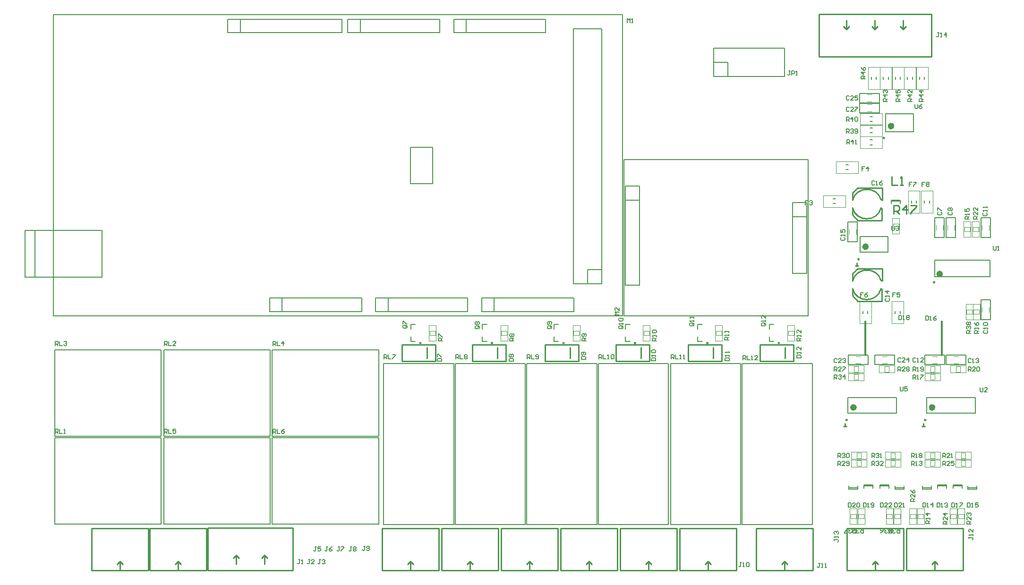
<source format=gto>
G04 Layer_Color=65535*
%FSTAX24Y24*%
%MOIN*%
G70*
G01*
G75*
%ADD25C,0.0100*%
%ADD45C,0.0236*%
%ADD46C,0.0098*%
%ADD47C,0.0079*%
%ADD48C,0.0039*%
%ADD49C,0.0040*%
%ADD50C,0.0050*%
%ADD51C,0.0070*%
%ADD52C,0.0080*%
D25*
X081615Y035731D02*
G03*
X079605Y035731I-001005J-000281D01*
G01*
X079595Y035169D02*
G03*
X081605Y035169I001005J000281D01*
G01*
X081615Y041431D02*
G03*
X079605Y041431I-001005J-000281D01*
G01*
X079595Y040869D02*
G03*
X081605Y040869I001005J000281D01*
G01*
X07723Y05154D02*
X08515D01*
X07723D02*
Y05454D01*
X08515Y05154D02*
Y05454D01*
X07723D02*
X08515D01*
X083145Y053505D02*
X083345Y053705D01*
X082945D02*
X083145Y053505D01*
Y05412D01*
X08115Y053505D02*
Y05412D01*
X08095Y053705D02*
X08115Y053505D01*
X08135Y053705D01*
X079155Y053505D02*
X079355Y053705D01*
X078955D02*
X079155Y053505D01*
Y05412D01*
X07905Y02545D02*
Y02565D01*
X07895Y02545D02*
X07915D01*
X081205Y01532D02*
Y015935D01*
X081405Y015735D01*
X081005D02*
X081205Y015935D01*
X0792Y0153D02*
X0832D01*
X0792D02*
Y018255D01*
X0832Y0153D02*
Y018255D01*
X0792D02*
X0832D01*
X08045Y0329D02*
X0805D01*
Y03275D02*
Y0329D01*
Y03235D02*
Y03275D01*
Y03185D02*
Y03235D01*
Y0305D02*
Y03185D01*
X08045Y0305D02*
X0805D01*
X08045D02*
Y0329D01*
X0341Y0183D02*
X0401D01*
Y01529D02*
Y0183D01*
X0341Y01529D02*
Y0183D01*
Y01529D02*
X0401D01*
X035905Y016145D02*
X036105Y016345D01*
X036305Y016145D01*
X036105Y01573D02*
Y016345D01*
X0381Y01573D02*
Y016345D01*
X0383Y016145D01*
X0379D02*
X0381Y016345D01*
X085405Y01532D02*
Y015935D01*
X085605Y015735D01*
X085205D02*
X085405Y015935D01*
X0834Y0153D02*
X0874D01*
X0834D02*
Y018255D01*
X0874Y0153D02*
Y018255D01*
X0834D02*
X0874D01*
X0845Y02545D02*
X0847D01*
X0846D02*
Y02565D01*
X08585Y0305D02*
Y0329D01*
Y0305D02*
X0859D01*
Y03185D01*
Y03235D01*
Y03275D01*
Y0329D01*
X08585D02*
X0859D01*
X07996Y0366D02*
X08168D01*
X0796Y03624D02*
X07996Y0366D01*
X07959Y03468D02*
X07997Y0343D01*
X08167D01*
X0796Y035726D02*
Y03624D01*
X07959Y03468D02*
Y03518D01*
X08167Y0343D02*
Y03517D01*
X08168Y035726D02*
Y0366D01*
X0798Y0368D02*
X08D01*
X0799D02*
Y037D01*
X07996Y0423D02*
X08168D01*
X0796Y04194D02*
X07996Y0423D01*
X07959Y04038D02*
X07997Y04D01*
X08167D01*
X0796Y041426D02*
Y04194D01*
X07959Y04038D02*
Y04088D01*
X08167Y04D02*
Y04087D01*
X08168Y041426D02*
Y0423D01*
X07305Y031231D02*
X075412D01*
Y03005D02*
Y031231D01*
X07305Y03005D02*
X075412D01*
X07305D02*
Y031231D01*
X074822Y030247D02*
Y031034D01*
X068Y031231D02*
X070362D01*
Y03005D02*
Y031231D01*
X068Y03005D02*
X070362D01*
X068D02*
Y031231D01*
X069772Y030247D02*
Y031034D01*
X0629Y031231D02*
X065262D01*
Y03005D02*
Y031231D01*
X0629Y03005D02*
X065262D01*
X0629D02*
Y031231D01*
X064672Y030247D02*
Y031034D01*
X0579Y031231D02*
X060262D01*
Y03005D02*
Y031231D01*
X0579Y03005D02*
X060262D01*
X0579D02*
Y031231D01*
X059672Y030247D02*
Y031034D01*
X05275Y031231D02*
X055112D01*
Y03005D02*
Y031231D01*
X05275Y03005D02*
X055112D01*
X05275D02*
Y031231D01*
X054522Y030247D02*
Y031034D01*
X0478Y031231D02*
X050162D01*
Y03005D02*
Y031231D01*
X0478Y03005D02*
X050162D01*
X0478D02*
Y031231D01*
X049572Y030247D02*
Y031034D01*
X027905Y01532D02*
Y015935D01*
X028105Y015735D01*
X027705D02*
X027905Y015935D01*
X0259Y0153D02*
X0299D01*
X0259D02*
Y018255D01*
X0299Y0153D02*
Y018255D01*
X0259D02*
X0299D01*
X032005Y01532D02*
Y015935D01*
X032205Y015735D01*
X031805D02*
X032005Y015935D01*
X03Y0153D02*
X034D01*
X03D02*
Y018255D01*
X034Y0153D02*
Y018255D01*
X03D02*
X034D01*
X074805Y01532D02*
Y015935D01*
X075005Y015735D01*
X074605D02*
X074805Y015935D01*
X0728Y0153D02*
X0768D01*
X0728D02*
Y018255D01*
X0768Y0153D02*
Y018255D01*
X0728D02*
X0768D01*
X069405Y01532D02*
Y015935D01*
X069605Y015735D01*
X069205D02*
X069405Y015935D01*
X0674Y0153D02*
X0714D01*
X0674D02*
Y018255D01*
X0714Y0153D02*
Y018255D01*
X0674D02*
X0714D01*
X048405Y01532D02*
Y015935D01*
X048605Y015735D01*
X048205D02*
X048405Y015935D01*
X0464Y0153D02*
X0504D01*
X0464D02*
Y018255D01*
X0504Y0153D02*
Y018255D01*
X0464D02*
X0504D01*
X052605Y01532D02*
Y015935D01*
X052805Y015735D01*
X052405D02*
X052605Y015935D01*
X0506Y0153D02*
X0546D01*
X0506D02*
Y018255D01*
X0546Y0153D02*
Y018255D01*
X0506D02*
X0546D01*
X056805Y01532D02*
Y015935D01*
X057005Y015735D01*
X056605D02*
X056805Y015935D01*
X0548Y0153D02*
X0588D01*
X0548D02*
Y018255D01*
X0588Y0153D02*
Y018255D01*
X0548D02*
X0588D01*
X061005Y01532D02*
Y015935D01*
X061205Y015735D01*
X060805D02*
X061005Y015935D01*
X059Y0153D02*
X063D01*
X059D02*
Y018255D01*
X063Y0153D02*
Y018255D01*
X059D02*
X063D01*
X065205Y01532D02*
Y015935D01*
X065405Y015735D01*
X065005D02*
X065205Y015935D01*
X0632Y0153D02*
X0672D01*
X0632D02*
Y018255D01*
X0672Y0153D02*
Y018255D01*
X0632D02*
X0672D01*
X08236Y04309D02*
Y04249D01*
X08276D01*
X08296D02*
X08316D01*
X08306D01*
Y04309D01*
X08296Y04299D01*
X082485Y040465D02*
Y041065D01*
X082785D01*
X082885Y040965D01*
Y040765D01*
X082785Y040665D01*
X082485D01*
X082685D02*
X082885Y040465D01*
X083385D02*
Y041065D01*
X083085Y040765D01*
X083485D01*
X083685Y041065D02*
X084084D01*
Y040965D01*
X083685Y040565D01*
Y040465D01*
D45*
X079778Y026793D02*
G03*
X079778Y026793I-000118J0D01*
G01*
X085328D02*
G03*
X085328Y026793I-000118J0D01*
G01*
X080628Y038143D02*
G03*
X080628Y038143I-000118J0D01*
G01*
X085858Y036212D02*
G03*
X085858Y036212I-000118J0D01*
G01*
X082428Y046654D02*
G03*
X082428Y046654I-000118J0D01*
G01*
D46*
X079215Y025907D02*
G03*
X079215Y025907I-000049J0D01*
G01*
X084765D02*
G03*
X084765Y025907I-000049J0D01*
G01*
X080065Y037257D02*
G03*
X080065Y037257I-000049J0D01*
G01*
X085389Y035631D02*
G03*
X085389Y035631I-000049J0D01*
G01*
X081865Y045817D02*
G03*
X081865Y045817I-000049J0D01*
G01*
X074443Y031341D02*
G03*
X074443Y031341I-000049J0D01*
G01*
X069393D02*
G03*
X069393Y031341I-000049J0D01*
G01*
X064293D02*
G03*
X064293Y031341I-000049J0D01*
G01*
X059243D02*
G03*
X059243Y031341I-000049J0D01*
G01*
X054193D02*
G03*
X054193Y031341I-000049J0D01*
G01*
X049143D02*
G03*
X049143Y031341I-000049J0D01*
G01*
D47*
X0698Y05015D02*
X0748D01*
Y05215D01*
X0718D02*
X0748D01*
X0698D02*
X0718D01*
X0698Y05015D02*
Y05215D01*
Y05115D02*
X0708D01*
Y05015D02*
Y05115D01*
X081277Y049961D02*
Y050119D01*
X080923Y049961D02*
Y050119D01*
X082623Y049961D02*
Y050119D01*
X082977Y049961D02*
Y050119D01*
X084323Y049961D02*
Y050119D01*
X084677Y049961D02*
Y050119D01*
X082127Y049961D02*
Y050119D01*
X081773Y049961D02*
Y050119D01*
X083827Y049961D02*
Y050119D01*
X083473Y049961D02*
Y050119D01*
X080821Y045677D02*
X080979D01*
X080821Y045323D02*
X080979D01*
X080821Y047327D02*
X080979D01*
X080821Y046973D02*
X080979D01*
X080821Y046527D02*
X080979D01*
X080821Y046173D02*
X080979D01*
X082711Y026399D02*
Y027501D01*
X079266Y026399D02*
Y027501D01*
X082711D01*
X079266Y026399D02*
X082711D01*
X081535Y021082D02*
Y021318D01*
X082165Y021082D02*
Y021318D01*
X081535D02*
X082165D01*
X081535Y021243D02*
X082165D01*
X083215Y021032D02*
Y021268D01*
X082585Y021032D02*
Y021268D01*
Y021032D02*
X083215D01*
X082585Y021107D02*
X083215D01*
X079965Y021032D02*
Y021268D01*
X079335Y021032D02*
Y021268D01*
Y021032D02*
X079965D01*
X079335Y021107D02*
X079965D01*
X080385Y021082D02*
Y021318D01*
X081015Y021082D02*
Y021318D01*
X080385D02*
X081015D01*
X080385Y021243D02*
X081015D01*
X060886Y036513D02*
X061886D01*
X060886Y035513D02*
Y036513D01*
X059886Y035513D02*
X061886D01*
X059886D02*
Y053513D01*
X061886D01*
Y035513D02*
Y053513D01*
X075359Y041247D02*
X076359D01*
Y036247D02*
Y041247D01*
X075359Y036247D02*
Y041247D01*
Y036247D02*
X076359D01*
X075359Y040247D02*
X076359D01*
X064548Y035428D02*
Y042428D01*
X063548D02*
X064548D01*
X063548Y035428D02*
Y042428D01*
Y035428D02*
X064548D01*
X063548Y041428D02*
X064548D01*
X087735Y021107D02*
X088365D01*
X087735Y021032D02*
X088365D01*
X087735D02*
Y021268D01*
X088365Y021032D02*
Y021268D01*
X086685Y021243D02*
X087315D01*
X086685Y021318D02*
X087315D01*
Y021082D02*
Y021318D01*
X086685Y021082D02*
Y021318D01*
X085585Y021243D02*
X086215D01*
X085585Y021318D02*
X086215D01*
Y021082D02*
Y021318D01*
X085585Y021082D02*
Y021318D01*
X084535Y021107D02*
X085165D01*
X084535Y021032D02*
X085165D01*
X084535D02*
Y021268D01*
X085165Y021032D02*
Y021268D01*
X084816Y026399D02*
X088261D01*
X084816Y027501D02*
X088261D01*
X084816Y026399D02*
Y027501D01*
X088261Y026399D02*
Y027501D01*
X080116Y037749D02*
X082084D01*
X080116Y038851D02*
X082084D01*
X080116Y037749D02*
Y038851D01*
X082084Y037749D02*
Y038851D01*
X08929Y03603D02*
Y03718D01*
X08539Y03603D02*
Y03718D01*
X08929D01*
X08539Y03603D02*
X08929D01*
X081916Y04626D02*
X083884D01*
X081916Y04752D02*
X083884D01*
X081916Y04626D02*
Y04752D01*
X083884Y04626D02*
Y04752D01*
X073724Y032326D02*
Y032641D01*
X074039D01*
X073724Y031459D02*
Y031774D01*
Y031459D02*
X074039D01*
X068674Y032326D02*
Y032641D01*
X068989D01*
X068674Y031459D02*
Y031774D01*
Y031459D02*
X068989D01*
X063574Y032326D02*
Y032641D01*
X063889D01*
X063574Y031459D02*
Y031774D01*
Y031459D02*
X063889D01*
X058524Y032326D02*
Y032641D01*
X058839D01*
X058524Y031459D02*
Y031774D01*
Y031459D02*
X058839D01*
X053474Y032326D02*
Y032641D01*
X053789D01*
X053474Y031459D02*
Y031774D01*
Y031459D02*
X053789D01*
X048424Y032326D02*
Y032641D01*
X048739D01*
X048424Y031459D02*
Y031774D01*
Y031459D02*
X048739D01*
X078221Y041527D02*
X078379D01*
X078221Y041173D02*
X078379D01*
X079121Y043927D02*
X079279D01*
X079121Y043573D02*
X079279D01*
X082335Y041343D02*
X082965D01*
X082335Y041418D02*
X082965D01*
Y041182D02*
Y041418D01*
X082335Y041182D02*
Y041418D01*
X082957Y033421D02*
Y033579D01*
X082603Y033421D02*
Y033579D01*
X080323Y033421D02*
Y033579D01*
X080677Y033421D02*
Y033579D01*
X085027Y041221D02*
Y041379D01*
X084673Y041221D02*
Y041379D01*
X084107Y041221D02*
Y041379D01*
X083753Y041221D02*
Y041379D01*
D48*
X080687Y049253D02*
X081513D01*
X080687Y050827D02*
X081513D01*
X080687Y049253D02*
Y050827D01*
X081513Y049253D02*
Y050827D01*
X082387Y050827D02*
X083213D01*
X082387Y049253D02*
X083213D01*
Y050827D01*
X082387Y049253D02*
Y050827D01*
X084087D02*
X084913D01*
X084087Y049253D02*
X084913D01*
Y050827D01*
X084087Y049253D02*
Y050827D01*
X081537Y049253D02*
X082363D01*
X081537Y050827D02*
X082363D01*
X081537Y049253D02*
Y050827D01*
X082363Y049253D02*
Y050827D01*
X083237Y049253D02*
X084063D01*
X083237Y050827D02*
X084063D01*
X083237Y049253D02*
Y050827D01*
X084063Y049253D02*
Y050827D01*
X081687Y045087D02*
Y045913D01*
X080113Y045087D02*
Y045913D01*
Y045087D02*
X081687D01*
X080113Y045913D02*
X081687D01*
Y046737D02*
Y047563D01*
X080113Y046737D02*
Y047563D01*
Y046737D02*
X081687D01*
X080113Y047563D02*
X081687D01*
Y045937D02*
Y046763D01*
X080113Y045937D02*
Y046763D01*
Y045937D02*
X081687D01*
X080113Y046763D02*
X081687D01*
X08759Y03298D02*
X08809D01*
Y03388D01*
Y03408D01*
X08759D02*
X08809D01*
X08759Y03298D02*
Y03408D01*
X08764Y03338D02*
X08804D01*
Y03368D01*
X08764D02*
X08804D01*
X08764Y03338D02*
Y03368D01*
X0794Y01965D02*
X0799D01*
X0794Y01875D02*
Y01965D01*
Y01855D02*
Y01875D01*
Y01855D02*
X0799D01*
Y01965D01*
X07945Y01925D02*
X07985D01*
X07945Y01895D02*
Y01925D01*
Y01895D02*
X07985D01*
Y01925D01*
X08195Y01965D02*
X08245D01*
X08195Y01875D02*
Y01965D01*
Y01855D02*
Y01875D01*
Y01855D02*
X08245D01*
Y01965D01*
X082Y01925D02*
X0824D01*
X082Y01895D02*
Y01925D01*
Y01895D02*
X0824D01*
Y01925D01*
X0825Y01965D02*
X083D01*
X0825Y01875D02*
Y01965D01*
Y01855D02*
Y01875D01*
Y01855D02*
X083D01*
Y01965D01*
X08255Y01925D02*
X08295D01*
X08255Y01895D02*
Y01925D01*
Y01895D02*
X08295D01*
Y01925D01*
X0793Y0287D02*
Y0292D01*
Y0287D02*
X0802D01*
X0804D01*
Y0292D01*
X0793D02*
X0804D01*
X0797Y02875D02*
Y02915D01*
Y02875D02*
X08D01*
Y02915D01*
X0797D02*
X08D01*
X07995Y01965D02*
X08045D01*
X07995Y01875D02*
Y01965D01*
Y01855D02*
Y01875D01*
Y01855D02*
X08045D01*
Y01965D01*
X08Y01925D02*
X0804D01*
X08Y01895D02*
Y01925D01*
Y01895D02*
X0804D01*
Y01925D01*
X083Y0226D02*
Y0231D01*
X0821D02*
X083D01*
X0819D02*
X0821D01*
X0819Y0226D02*
Y0231D01*
Y0226D02*
X083D01*
X0826Y02265D02*
Y02305D01*
X0823D02*
X0826D01*
X0823Y02265D02*
Y02305D01*
Y02265D02*
X0826D01*
X0819Y02315D02*
Y02365D01*
Y02315D02*
X0828D01*
X083D01*
Y02365D01*
X0819D02*
X083D01*
X0823Y0232D02*
Y0236D01*
Y0232D02*
X0826D01*
Y0236D01*
X0823D02*
X0826D01*
X0806Y02315D02*
Y02365D01*
X0797D02*
X0806D01*
X0795D02*
X0797D01*
X0795Y02315D02*
Y02365D01*
Y02315D02*
X0806D01*
X0802Y0232D02*
Y0236D01*
X0799D02*
X0802D01*
X0799Y0232D02*
Y0236D01*
Y0232D02*
X0802D01*
X0806Y0226D02*
Y0231D01*
X0797D02*
X0806D01*
X0795D02*
X0797D01*
X0795Y0226D02*
Y0231D01*
Y0226D02*
X0806D01*
X0802Y02265D02*
Y02305D01*
X0799D02*
X0802D01*
X0799Y02265D02*
Y02305D01*
Y02265D02*
X0802D01*
X08145Y02925D02*
Y02975D01*
Y02925D02*
X08235D01*
X08255D01*
Y02975D01*
X08145D02*
X08255D01*
X08185Y0293D02*
Y0297D01*
Y0293D02*
X08215D01*
Y0297D01*
X08185D02*
X08215D01*
X0793Y02925D02*
Y02975D01*
Y02925D02*
X0802D01*
X0804D01*
Y02975D01*
X0793D02*
X0804D01*
X0797Y0293D02*
Y0297D01*
Y0293D02*
X08D01*
Y0297D01*
X0797D02*
X08D01*
X08745Y01895D02*
Y01925D01*
X08705Y01895D02*
X08745D01*
X08705D02*
Y01925D01*
X08745D01*
X0875Y01855D02*
Y01965D01*
X087Y01855D02*
X0875D01*
X087D02*
Y01875D01*
Y01965D01*
X0875D01*
X0869Y01895D02*
Y01925D01*
X0865Y01895D02*
X0869D01*
X0865D02*
Y01925D01*
X0869D01*
X08695Y01855D02*
Y01965D01*
X08645Y01855D02*
X08695D01*
X08645D02*
Y01875D01*
Y01965D01*
X08695D01*
X0846Y01895D02*
Y01925D01*
X0842Y01895D02*
X0846D01*
X0842D02*
Y01925D01*
X0846D01*
X08465Y01855D02*
Y01965D01*
X08415Y01855D02*
X08465D01*
X08415D02*
Y01875D01*
Y01965D01*
X08465D01*
X08405Y01895D02*
Y01925D01*
X08365Y01895D02*
X08405D01*
X08365D02*
Y01925D01*
X08405D01*
X0841Y01855D02*
Y01965D01*
X0836Y01855D02*
X0841D01*
X0836D02*
Y01875D01*
Y01965D01*
X0841D01*
X0851Y02265D02*
X0854D01*
X0851D02*
Y02305D01*
X0854D01*
Y02265D02*
Y02305D01*
X0847Y0226D02*
X0858D01*
X0847D02*
Y0231D01*
X0849D01*
X0858D01*
Y0226D02*
Y0231D01*
X0851Y0232D02*
X0854D01*
X0851D02*
Y0236D01*
X0854D01*
Y0232D02*
Y0236D01*
X0847Y02315D02*
X0858D01*
X0847D02*
Y02365D01*
X0849D01*
X0858D01*
Y02315D02*
Y02365D01*
X08725Y02265D02*
X08755D01*
X08725D02*
Y02305D01*
X08755D01*
Y02265D02*
Y02305D01*
X08685Y0226D02*
X08795D01*
X08685D02*
Y0231D01*
X08705D01*
X08795D01*
Y0226D02*
Y0231D01*
X08725Y0236D02*
X08755D01*
Y0232D02*
Y0236D01*
X08725Y0232D02*
X08755D01*
X08725D02*
Y0236D01*
X08685Y02365D02*
X08795D01*
Y02315D02*
Y02365D01*
X08775Y02315D02*
X08795D01*
X08685D02*
X08775D01*
X08685D02*
Y02365D01*
X0851Y02915D02*
X0854D01*
Y02875D02*
Y02915D01*
X0851Y02875D02*
X0854D01*
X0851D02*
Y02915D01*
X0847Y0292D02*
X0858D01*
Y0287D02*
Y0292D01*
X0856Y0287D02*
X0858D01*
X0847D02*
X0856D01*
X0847D02*
Y0292D01*
X0851Y0297D02*
X0854D01*
Y0293D02*
Y0297D01*
X0851Y0293D02*
X0854D01*
X0851D02*
Y0297D01*
X0847Y02975D02*
X0858D01*
Y02925D02*
Y02975D01*
X0856Y02925D02*
X0858D01*
X0847D02*
X0856D01*
X0847D02*
Y02975D01*
X0869Y0297D02*
X0872D01*
Y0293D02*
Y0297D01*
X0869Y0293D02*
X0872D01*
X0869D02*
Y0297D01*
X0865Y02975D02*
X0876D01*
Y02925D02*
Y02975D01*
X0874Y02925D02*
X0876D01*
X0865D02*
X0874D01*
X0865D02*
Y02975D01*
X08814Y03338D02*
Y03368D01*
X08854D01*
Y03338D02*
Y03368D01*
X08814Y03338D02*
X08854D01*
X08809Y03298D02*
Y03408D01*
X08859D01*
Y03388D02*
Y03408D01*
Y03298D02*
Y03388D01*
X08809Y03298D02*
X08859D01*
X08749Y03923D02*
Y03953D01*
X08789D01*
Y03923D02*
Y03953D01*
X08749Y03923D02*
X08789D01*
X08744Y03883D02*
Y03993D01*
X08794D01*
Y03973D02*
Y03993D01*
Y03883D02*
Y03973D01*
X08744Y03883D02*
X08794D01*
X08809Y03923D02*
Y03953D01*
X08849D01*
Y03923D02*
Y03953D01*
X08809Y03923D02*
X08849D01*
X08804Y03883D02*
Y03993D01*
X08854D01*
Y03973D02*
Y03993D01*
Y03883D02*
Y03973D01*
X08804Y03883D02*
X08854D01*
X07545Y0319D02*
Y0322D01*
X07505Y0319D02*
X07545D01*
X07505D02*
Y0322D01*
X07545D01*
X0755Y0315D02*
Y0326D01*
X075Y0315D02*
X0755D01*
X075D02*
Y0317D01*
Y0326D01*
X0755D01*
X07035Y0319D02*
Y0322D01*
X06995Y0319D02*
X07035D01*
X06995D02*
Y0322D01*
X07035D01*
X0704Y0315D02*
Y0326D01*
X0699Y0315D02*
X0704D01*
X0699D02*
Y0317D01*
Y0326D01*
X0704D01*
X06525Y0319D02*
Y0322D01*
X06485Y0319D02*
X06525D01*
X06485D02*
Y0322D01*
X06525D01*
X0653Y0315D02*
Y0326D01*
X0648Y0315D02*
X0653D01*
X0648D02*
Y0317D01*
Y0326D01*
X0653D01*
X0603Y0319D02*
Y0322D01*
X0599Y0319D02*
X0603D01*
X0599D02*
Y0322D01*
X0603D01*
X06035Y0315D02*
Y0326D01*
X05985Y0315D02*
X06035D01*
X05985D02*
Y0317D01*
Y0326D01*
X06035D01*
X0552Y0319D02*
Y0322D01*
X0548Y0319D02*
X0552D01*
X0548D02*
Y0322D01*
X0552D01*
X05525Y0315D02*
Y0326D01*
X05475Y0315D02*
X05525D01*
X05475D02*
Y0317D01*
Y0326D01*
X05525D01*
X05015Y0319D02*
Y0322D01*
X04975Y0319D02*
X05015D01*
X04975D02*
Y0322D01*
X05015D01*
X0502Y0315D02*
Y0326D01*
X0497Y0315D02*
X0502D01*
X0497D02*
Y0317D01*
Y0326D01*
X0502D01*
X077513Y040937D02*
X079087D01*
X077513Y041763D02*
X079087D01*
Y040937D02*
Y041763D01*
X077513Y040937D02*
Y041763D01*
X078413Y043337D02*
X079987D01*
X078413Y044163D02*
X079987D01*
Y043337D02*
Y044163D01*
X078413Y043337D02*
Y044163D01*
X08245Y03945D02*
Y03975D01*
X08285D01*
Y03945D02*
Y03975D01*
X08245Y03945D02*
X08285D01*
X0824Y03905D02*
Y04015D01*
X0829D01*
Y03995D02*
Y04015D01*
Y03905D02*
Y03995D01*
X0824Y03905D02*
X0829D01*
X082367Y032713D02*
Y034287D01*
X083193Y032713D02*
Y034287D01*
X082367Y032713D02*
X083193D01*
X082367Y034287D02*
X083193D01*
X080913Y032713D02*
Y034287D01*
X080087Y032713D02*
Y034287D01*
X080913D01*
X080087Y032713D02*
X080913D01*
X084437Y040513D02*
Y042087D01*
X085263Y040513D02*
Y042087D01*
X084437Y040513D02*
X085263D01*
X084437Y042087D02*
X085263D01*
X083517Y040513D02*
Y042087D01*
X084343Y040513D02*
Y042087D01*
X083517Y040513D02*
X084343D01*
X083517Y042087D02*
X084343D01*
D49*
X08168Y0304D02*
X08202D01*
X08168Y0299D02*
X08202D01*
X07983Y02989D02*
X08017D01*
X07983Y03039D02*
X08017D01*
X08523Y0304D02*
X08557D01*
X08523Y0299D02*
X08557D01*
X08673D02*
X08707D01*
X08673Y0304D02*
X08707D01*
X07985Y03903D02*
Y03937D01*
X07935Y03903D02*
Y03937D01*
X08924Y03351D02*
Y03385D01*
X08874Y03351D02*
Y03385D01*
X08549Y03931D02*
Y03965D01*
X08599Y03931D02*
Y03965D01*
X08629Y03931D02*
Y03965D01*
X08679Y03931D02*
Y03965D01*
X08924Y03931D02*
Y03965D01*
X08874Y03931D02*
Y03965D01*
X08063Y04769D02*
X08097D01*
X08063Y04819D02*
X08097D01*
X08063Y04839D02*
X08097D01*
X08063Y04889D02*
X08097D01*
D50*
X08115Y02981D02*
X08255D01*
Y03048D01*
X08115D02*
X08255D01*
X08115Y02981D02*
Y03048D01*
X0793D02*
X0807D01*
X0793Y02981D02*
Y03048D01*
Y02981D02*
X0807D01*
Y03048D01*
X036389Y05325D02*
Y054195D01*
X035503Y05325D02*
X043574D01*
Y054195D01*
X035503D02*
X043574D01*
X035503Y05325D02*
Y054195D01*
X052334Y05325D02*
Y054195D01*
X051448Y05325D02*
X057944D01*
Y054195D01*
X051448D02*
X057944D01*
X051448Y05325D02*
Y054195D01*
X044854Y05325D02*
Y054195D01*
X043968Y05325D02*
X050464D01*
Y054195D01*
X043968D02*
X050464D01*
X043968Y05325D02*
Y054195D01*
X054302Y033565D02*
Y03451D01*
X053417Y033565D02*
X059913D01*
Y03451D01*
X053417D02*
X059913D01*
X053417Y033565D02*
Y03451D01*
X046822Y033565D02*
Y03451D01*
X045936Y033565D02*
X052432D01*
Y03451D01*
X045936D02*
X052432D01*
X045936Y033565D02*
Y03451D01*
X039342Y033565D02*
Y03451D01*
X038456Y033565D02*
X044952D01*
Y03451D01*
X038456D02*
X044952D01*
X038456Y033565D02*
Y03451D01*
X048397Y0426D02*
X049972D01*
X048397D02*
Y045159D01*
X049972D01*
Y0426D02*
Y045159D01*
X0861Y02982D02*
Y03049D01*
X0847Y02982D02*
X0861D01*
X0847D02*
Y03049D01*
X0861D01*
X0862Y02981D02*
Y03048D01*
X0876D01*
Y02981D02*
Y03048D01*
X0862Y02981D02*
X0876D01*
X07927Y0385D02*
X07994D01*
X07927D02*
Y0399D01*
X07994D01*
Y0385D02*
Y0399D01*
X08866Y03298D02*
X08933D01*
X08866D02*
Y03438D01*
X08933D01*
Y03298D02*
Y03438D01*
X0854Y04018D02*
X08607D01*
Y03878D02*
Y04018D01*
X0854Y03878D02*
X08607D01*
X0854D02*
Y04018D01*
X0862D02*
X08687D01*
Y03878D02*
Y04018D01*
X0862Y03878D02*
X08687D01*
X0862D02*
Y04018D01*
X08866Y03878D02*
X08933D01*
X08866D02*
Y04018D01*
X08933D01*
Y03878D02*
Y04018D01*
X0801Y0476D02*
Y04827D01*
X0815D01*
Y0476D02*
Y04827D01*
X0801Y0476D02*
X0815D01*
X0801Y0483D02*
Y04897D01*
X0815D01*
Y0483D02*
Y04897D01*
X0801Y0483D02*
X0815D01*
D51*
X021884Y035978D02*
Y039278D01*
X021184Y035978D02*
X026634D01*
X021184Y039278D02*
X026634D01*
Y035978D02*
Y039278D01*
X021184Y035978D02*
Y039278D01*
X0232Y03325D02*
X063357D01*
Y05451D01*
X0232D02*
X063357D01*
X0232Y03325D02*
Y05451D01*
X063458Y04429D02*
X07645D01*
X063458Y033266D02*
Y04429D01*
Y033266D02*
X07645D01*
Y04429D01*
X03079Y02464D02*
X0308Y02465D01*
X02328D02*
X0308D01*
X02328Y018548D02*
Y02465D01*
Y018548D02*
X0308D01*
Y02465D01*
X03849Y03084D02*
X0385Y03085D01*
X03098D02*
X0385D01*
X03098Y024748D02*
Y03085D01*
Y024748D02*
X0385D01*
Y03085D01*
X03079Y03084D02*
X0308Y03085D01*
X02328D02*
X0308D01*
X02328Y024748D02*
Y03085D01*
Y024748D02*
X0308D01*
Y03085D01*
X04614Y03084D02*
X04615Y03085D01*
X03863D02*
X04615D01*
X03863Y024748D02*
Y03085D01*
Y024748D02*
X04615D01*
Y03085D01*
X03849Y02464D02*
X0385Y02465D01*
X03098D02*
X0385D01*
X03098Y018548D02*
Y02465D01*
Y018548D02*
X0385D01*
Y02465D01*
X04614Y02464D02*
X04615Y02465D01*
X03863D02*
X04615D01*
X03863Y018548D02*
Y02465D01*
Y018548D02*
X04615D01*
Y02465D01*
X0465Y0299D02*
X04651Y02989D01*
X0465Y018522D02*
Y0299D01*
Y018522D02*
X051461D01*
Y0299D01*
X0465D02*
X051461D01*
X05155D02*
X05156Y02989D01*
X05155Y018522D02*
Y0299D01*
Y018522D02*
X056511D01*
Y0299D01*
X05155D02*
X056511D01*
X0566D02*
X05661Y02989D01*
X0566Y018522D02*
Y0299D01*
Y018522D02*
X061561D01*
Y0299D01*
X0566D02*
X061561D01*
X06165D02*
X06166Y02989D01*
X06165Y018522D02*
Y0299D01*
Y018522D02*
X066611D01*
Y0299D01*
X06165D02*
X066611D01*
X06675D02*
X06676Y02989D01*
X06675Y018522D02*
Y0299D01*
Y018522D02*
X071711D01*
Y0299D01*
X06675D02*
X071711D01*
X0718D02*
X07181Y02989D01*
X0718Y018522D02*
Y0299D01*
Y018522D02*
X076761D01*
Y0299D01*
X0718D02*
X076761D01*
D52*
X0752Y05055D02*
X0751D01*
X07515D01*
Y0503D01*
X0751Y05025D01*
X07505D01*
X075Y0503D01*
X0753Y05025D02*
Y05055D01*
X07545D01*
X0755Y0505D01*
Y0504D01*
X07545Y05035D01*
X0753D01*
X0756Y05025D02*
X0757D01*
X07565D01*
Y05055D01*
X0756Y0505D01*
X0805Y05D02*
X0802D01*
Y05015D01*
X08025Y0502D01*
X08035D01*
X0804Y05015D01*
Y05D01*
Y0501D02*
X0805Y0502D01*
Y05045D02*
X0802D01*
X08035Y0503D01*
Y0505D01*
X0802Y0508D02*
X08025Y0507D01*
X08035Y0506D01*
X08045D01*
X0805Y05065D01*
Y05075D01*
X08045Y0508D01*
X0804D01*
X08035Y05075D01*
Y0506D01*
X08295Y0484D02*
X08265D01*
Y04855D01*
X0827Y0486D01*
X0828D01*
X08285Y04855D01*
Y0484D01*
Y0485D02*
X08295Y0486D01*
Y04885D02*
X08265D01*
X0828Y0487D01*
Y0489D01*
X08265Y0492D02*
Y049D01*
X0828D01*
X08275Y0491D01*
Y04915D01*
X0828Y0492D01*
X0829D01*
X08295Y04915D01*
Y04905D01*
X0829Y049D01*
X0846Y0484D02*
X0843D01*
Y04855D01*
X08435Y0486D01*
X08445D01*
X0845Y04855D01*
Y0484D01*
Y0485D02*
X0846Y0486D01*
Y04885D02*
X0843D01*
X08445Y0487D01*
Y0489D01*
X0846Y04915D02*
X0843D01*
X08445Y049D01*
Y0492D01*
X08205Y0484D02*
X08175D01*
Y04855D01*
X0818Y0486D01*
X0819D01*
X08195Y04855D01*
Y0484D01*
Y0485D02*
X08205Y0486D01*
Y04885D02*
X08175D01*
X0819Y0487D01*
Y0489D01*
X0818Y049D02*
X08175Y04905D01*
Y04915D01*
X0818Y0492D01*
X08185D01*
X0819Y04915D01*
Y0491D01*
Y04915D01*
X08195Y0492D01*
X082D01*
X08205Y04915D01*
Y04905D01*
X082Y049D01*
X0838Y0484D02*
X0835D01*
Y04855D01*
X08355Y0486D01*
X08365D01*
X0837Y04855D01*
Y0484D01*
Y0485D02*
X0838Y0486D01*
Y04885D02*
X0835D01*
X08365Y0487D01*
Y0489D01*
X0838Y0492D02*
Y049D01*
X0836Y0492D01*
X08355D01*
X0835Y04915D01*
Y04905D01*
X08355Y049D01*
X079184Y0454D02*
Y0457D01*
X079334D01*
X079384Y04565D01*
Y04555D01*
X079334Y0455D01*
X079184D01*
X079284D02*
X079384Y0454D01*
X079634D02*
Y0457D01*
X079484Y04555D01*
X079684D01*
X079784Y0454D02*
X079884D01*
X079834D01*
Y0457D01*
X079784Y04565D01*
X07915Y047D02*
Y0473D01*
X0793D01*
X07935Y04725D01*
Y04715D01*
X0793Y0471D01*
X07915D01*
X07925D02*
X07935Y047D01*
X0796D02*
Y0473D01*
X07945Y04715D01*
X07965D01*
X07975Y04725D02*
X0798Y0473D01*
X0799D01*
X07995Y04725D01*
Y04705D01*
X0799Y047D01*
X0798D01*
X07975Y04705D01*
Y04725D01*
X07915Y04615D02*
Y04645D01*
X0793D01*
X07935Y0464D01*
Y0463D01*
X0793Y04625D01*
X07915D01*
X07925D02*
X07935Y04615D01*
X07945Y0464D02*
X0795Y04645D01*
X0796D01*
X07965Y0464D01*
Y04635D01*
X0796Y0463D01*
X07955D01*
X0796D01*
X07965Y04625D01*
Y0462D01*
X0796Y04615D01*
X0795D01*
X07945Y0462D01*
X07975D02*
X0798Y04615D01*
X0799D01*
X07995Y0462D01*
Y0464D01*
X0799Y04645D01*
X0798D01*
X07975Y0464D01*
Y04635D01*
X0798Y0463D01*
X07995D01*
X0857Y05325D02*
X0856D01*
X08565D01*
Y053D01*
X0856Y05295D01*
X08555D01*
X0855Y053D01*
X0858Y05295D02*
X0859D01*
X08585D01*
Y05325D01*
X0858Y0532D01*
X0862Y05295D02*
Y05325D01*
X08605Y0531D01*
X08625D01*
X08295Y02825D02*
Y028D01*
X083Y02795D01*
X0831D01*
X08315Y028D01*
Y02825D01*
X08345D02*
X08325D01*
Y0281D01*
X08335Y02815D01*
X0834D01*
X08345Y0281D01*
Y028D01*
X0834Y02795D01*
X0833D01*
X08325Y028D01*
X08794Y03203D02*
X08764D01*
Y03218D01*
X08769Y03223D01*
X08779D01*
X08784Y03218D01*
Y03203D01*
Y03213D02*
X08794Y03223D01*
X08769Y03233D02*
X08764Y03238D01*
Y03248D01*
X08769Y03253D01*
X08774D01*
X08779Y03248D01*
Y03243D01*
Y03248D01*
X08784Y03253D01*
X08789D01*
X08794Y03248D01*
Y03238D01*
X08789Y03233D01*
X08769Y03263D02*
X08764Y03268D01*
Y03278D01*
X08769Y03283D01*
X08774D01*
X08779Y03278D01*
X08784Y03283D01*
X08789D01*
X08794Y03278D01*
Y03268D01*
X08789Y03263D01*
X08784D01*
X08779Y03268D01*
X08774Y03263D01*
X08769D01*
X08779Y03268D02*
Y03278D01*
X079815Y018235D02*
Y017935D01*
X079665D01*
X079615Y017985D01*
Y018085D01*
X079665Y018135D01*
X079815D01*
X079715D02*
X079615Y018235D01*
X079515Y017985D02*
X079465Y017935D01*
X079365D01*
X079315Y017985D01*
Y018035D01*
X079365Y018085D01*
X079415D01*
X079365D01*
X079315Y018135D01*
Y018185D01*
X079365Y018235D01*
X079465D01*
X079515Y018185D01*
X079215Y017935D02*
X079015D01*
Y017985D01*
X079215Y018185D01*
Y018235D01*
X082365D02*
Y017935D01*
X082215D01*
X082165Y017985D01*
Y018085D01*
X082215Y018135D01*
X082365D01*
X082265D02*
X082165Y018235D01*
X082065Y017985D02*
X082015Y017935D01*
X081915D01*
X081865Y017985D01*
Y018035D01*
X081915Y018085D01*
X081965D01*
X081915D01*
X081865Y018135D01*
Y018185D01*
X081915Y018235D01*
X082015D01*
X082065Y018185D01*
X081565Y017935D02*
X081665Y017985D01*
X081765Y018085D01*
Y018185D01*
X081715Y018235D01*
X081615D01*
X081565Y018185D01*
Y018135D01*
X081615Y018085D01*
X081765D01*
X082915Y018235D02*
Y017935D01*
X082765D01*
X082715Y017985D01*
Y018085D01*
X082765Y018135D01*
X082915D01*
X082815D02*
X082715Y018235D01*
X082615Y017985D02*
X082565Y017935D01*
X082465D01*
X082415Y017985D01*
Y018035D01*
X082465Y018085D01*
X082515D01*
X082465D01*
X082415Y018135D01*
Y018185D01*
X082465Y018235D01*
X082565D01*
X082615Y018185D01*
X082115Y017935D02*
X082315D01*
Y018085D01*
X082215Y018035D01*
X082165D01*
X082115Y018085D01*
Y018185D01*
X082165Y018235D01*
X082265D01*
X082315Y018185D01*
X0783Y0288D02*
Y0291D01*
X07845D01*
X0785Y02905D01*
Y02895D01*
X07845Y0289D01*
X0783D01*
X0784D02*
X0785Y0288D01*
X0786Y02905D02*
X07865Y0291D01*
X07875D01*
X0788Y02905D01*
Y029D01*
X07875Y02895D01*
X0787D01*
X07875D01*
X0788Y0289D01*
Y02885D01*
X07875Y0288D01*
X07865D01*
X0786Y02885D01*
X07905Y0288D02*
Y0291D01*
X0789Y02895D01*
X0791D01*
X080365Y018235D02*
Y017935D01*
X080215D01*
X080165Y017985D01*
Y018085D01*
X080215Y018135D01*
X080365D01*
X080265D02*
X080165Y018235D01*
X080065Y017985D02*
X080015Y017935D01*
X079915D01*
X079865Y017985D01*
Y018035D01*
X079915Y018085D01*
X079965D01*
X079915D01*
X079865Y018135D01*
Y018185D01*
X079915Y018235D01*
X080015D01*
X080065Y018185D01*
X079765Y017985D02*
X079715Y017935D01*
X079615D01*
X079565Y017985D01*
Y018035D01*
X079615Y018085D01*
X079665D01*
X079615D01*
X079565Y018135D01*
Y018185D01*
X079615Y018235D01*
X079715D01*
X079765Y018185D01*
X08095Y0227D02*
Y023D01*
X0811D01*
X08115Y02295D01*
Y02285D01*
X0811Y0228D01*
X08095D01*
X08105D02*
X08115Y0227D01*
X08125Y02295D02*
X0813Y023D01*
X0814D01*
X08145Y02295D01*
Y0229D01*
X0814Y02285D01*
X08135D01*
X0814D01*
X08145Y0228D01*
Y02275D01*
X0814Y0227D01*
X0813D01*
X08125Y02275D01*
X08175Y0227D02*
X08155D01*
X08175Y0229D01*
Y02295D01*
X0817Y023D01*
X0816D01*
X08155Y02295D01*
X08095Y02325D02*
Y02355D01*
X0811D01*
X08115Y0235D01*
Y0234D01*
X0811Y02335D01*
X08095D01*
X08105D02*
X08115Y02325D01*
X08125Y0235D02*
X0813Y02355D01*
X0814D01*
X08145Y0235D01*
Y02345D01*
X0814Y0234D01*
X08135D01*
X0814D01*
X08145Y02335D01*
Y0233D01*
X0814Y02325D01*
X0813D01*
X08125Y0233D01*
X08155Y02325D02*
X08165D01*
X0816D01*
Y02355D01*
X08155Y0235D01*
X07855Y02325D02*
Y02355D01*
X0787D01*
X07875Y0235D01*
Y0234D01*
X0787Y02335D01*
X07855D01*
X07865D02*
X07875Y02325D01*
X07885Y0235D02*
X0789Y02355D01*
X079D01*
X07905Y0235D01*
Y02345D01*
X079Y0234D01*
X07895D01*
X079D01*
X07905Y02335D01*
Y0233D01*
X079Y02325D01*
X0789D01*
X07885Y0233D01*
X07915Y0235D02*
X0792Y02355D01*
X0793D01*
X07935Y0235D01*
Y0233D01*
X0793Y02325D01*
X0792D01*
X07915Y0233D01*
Y0235D01*
X07855Y0227D02*
Y023D01*
X0787D01*
X07875Y02295D01*
Y02285D01*
X0787Y0228D01*
X07855D01*
X07865D02*
X07875Y0227D01*
X07905D02*
X07885D01*
X07905Y0229D01*
Y02295D01*
X079Y023D01*
X0789D01*
X07885Y02295D01*
X07915Y02275D02*
X0792Y0227D01*
X0793D01*
X07935Y02275D01*
Y02295D01*
X0793Y023D01*
X0792D01*
X07915Y02295D01*
Y0229D01*
X0792Y02285D01*
X07935D01*
X0828Y02935D02*
Y02965D01*
X08295D01*
X083Y0296D01*
Y0295D01*
X08295Y02945D01*
X0828D01*
X0829D02*
X083Y02935D01*
X0833D02*
X0831D01*
X0833Y02955D01*
Y0296D01*
X08325Y02965D01*
X08315D01*
X0831Y0296D01*
X0834D02*
X08345Y02965D01*
X08355D01*
X0836Y0296D01*
Y02955D01*
X08355Y0295D01*
X0836Y02945D01*
Y0294D01*
X08355Y02935D01*
X08345D01*
X0834Y0294D01*
Y02945D01*
X08345Y0295D01*
X0834Y02955D01*
Y0296D01*
X08345Y0295D02*
X08355D01*
X0783Y02935D02*
Y02965D01*
X07845D01*
X0785Y0296D01*
Y0295D01*
X07845Y02945D01*
X0783D01*
X0784D02*
X0785Y02935D01*
X0788D02*
X0786D01*
X0788Y02955D01*
Y0296D01*
X07875Y02965D01*
X07865D01*
X0786Y0296D01*
X0789Y02965D02*
X0791D01*
Y0296D01*
X0789Y0294D01*
Y02935D01*
X0783Y0175D02*
Y0174D01*
Y01745D01*
X07855D01*
X0786Y0174D01*
Y01735D01*
X07855Y0173D01*
X0786Y0176D02*
Y0177D01*
Y01765D01*
X0783D01*
X07835Y0176D01*
Y01785D02*
X0783Y0179D01*
Y018D01*
X07835Y01805D01*
X0784D01*
X07845Y018D01*
Y01795D01*
Y018D01*
X0785Y01805D01*
X07855D01*
X0786Y018D01*
Y0179D01*
X07855Y01785D01*
X08155Y020047D02*
Y019747D01*
X0817D01*
X08175Y019797D01*
Y019997D01*
X0817Y020047D01*
X08155D01*
X08205Y019747D02*
X08185D01*
X08205Y019947D01*
Y019997D01*
X082Y020047D01*
X0819D01*
X08185Y019997D01*
X08235Y019747D02*
X08215D01*
X08235Y019947D01*
Y019997D01*
X0823Y020047D01*
X0822D01*
X08215Y019997D01*
X08255Y02005D02*
Y01975D01*
X0827D01*
X08275Y0198D01*
Y02D01*
X0827Y02005D01*
X08255D01*
X08305Y01975D02*
X08285D01*
X08305Y01995D01*
Y02D01*
X083Y02005D01*
X0829D01*
X08285Y02D01*
X08315Y01975D02*
X08325D01*
X0832D01*
Y02005D01*
X08315Y02D01*
X0793Y02005D02*
Y01975D01*
X07945D01*
X0795Y0198D01*
Y02D01*
X07945Y02005D01*
X0793D01*
X0798Y01975D02*
X0796D01*
X0798Y01995D01*
Y02D01*
X07975Y02005D01*
X07965D01*
X0796Y02D01*
X0799D02*
X07995Y02005D01*
X08005D01*
X0801Y02D01*
Y0198D01*
X08005Y01975D01*
X07995D01*
X0799Y0198D01*
Y02D01*
X08035Y02005D02*
Y01975D01*
X0805D01*
X08055Y0198D01*
Y02D01*
X0805Y02005D01*
X08035D01*
X08065Y01975D02*
X08075D01*
X0807D01*
Y02005D01*
X08065Y02D01*
X0809Y0198D02*
X08095Y01975D01*
X08105D01*
X0811Y0198D01*
Y02D01*
X08105Y02005D01*
X08095D01*
X0809Y02D01*
Y01995D01*
X08095Y0199D01*
X0811D01*
X08285Y0333D02*
Y033D01*
X083D01*
X08305Y03305D01*
Y03325D01*
X083Y0333D01*
X08285D01*
X08315Y033D02*
X08325D01*
X0832D01*
Y0333D01*
X08315Y03325D01*
X0834D02*
X08345Y0333D01*
X08355D01*
X0836Y03325D01*
Y0332D01*
X08355Y03315D01*
X0836Y0331D01*
Y03305D01*
X08355Y033D01*
X08345D01*
X0834Y03305D01*
Y0331D01*
X08345Y03315D01*
X0834Y0332D01*
Y03325D01*
X08345Y03315D02*
X08355D01*
X083Y03025D02*
X08295Y0303D01*
X08285D01*
X0828Y03025D01*
Y03005D01*
X08285Y03D01*
X08295D01*
X083Y03005D01*
X0833Y03D02*
X0831D01*
X0833Y0302D01*
Y03025D01*
X08325Y0303D01*
X08315D01*
X0831Y03025D01*
X08355Y03D02*
Y0303D01*
X0834Y03015D01*
X0836D01*
X0785Y0302D02*
X07845Y03025D01*
X07835D01*
X0783Y0302D01*
Y03D01*
X07835Y02995D01*
X07845D01*
X0785Y03D01*
X0788Y02995D02*
X0786D01*
X0788Y03015D01*
Y0302D01*
X07875Y03025D01*
X07865D01*
X0786Y0302D01*
X0789D02*
X07895Y03025D01*
X07905D01*
X0791Y0302D01*
Y03015D01*
X07905Y0301D01*
X079D01*
X07905D01*
X0791Y03005D01*
Y03D01*
X07905Y02995D01*
X07895D01*
X0789Y03D01*
X04205Y01605D02*
X04195D01*
X042D01*
Y0158D01*
X04195Y01575D01*
X0419D01*
X04185Y0158D01*
X04215Y016D02*
X0422Y01605D01*
X0423D01*
X04235Y016D01*
Y01595D01*
X0423Y0159D01*
X04225D01*
X0423D01*
X04235Y01585D01*
Y0158D01*
X0423Y01575D01*
X0422D01*
X04215Y0158D01*
X0637Y05395D02*
Y05425D01*
X0638Y05415D01*
X0639Y05425D01*
Y05395D01*
X064D02*
X0641D01*
X06405D01*
Y05425D01*
X064Y0542D01*
X063125Y033335D02*
X062825D01*
X062925Y033435D01*
X062825Y033535D01*
X063125D01*
Y033835D02*
Y033635D01*
X062925Y033835D01*
X062875D01*
X062825Y033785D01*
Y033685D01*
X062875Y033635D01*
X08564Y04058D02*
X08559Y04053D01*
Y04043D01*
X08564Y04038D01*
X08584D01*
X08589Y04043D01*
Y04053D01*
X08584Y04058D01*
X08559Y04068D02*
Y04088D01*
X08564D01*
X08584Y04068D01*
X08589D01*
X08639Y04058D02*
X08634Y04053D01*
Y04043D01*
X08639Y04038D01*
X08659D01*
X08664Y04043D01*
Y04053D01*
X08659Y04058D01*
X08639Y04068D02*
X08634Y04073D01*
Y04083D01*
X08639Y04088D01*
X08644D01*
X08649Y04083D01*
X08654Y04088D01*
X08659D01*
X08664Y04083D01*
Y04073D01*
X08659Y04068D01*
X08654D01*
X08649Y04073D01*
X08644Y04068D01*
X08639D01*
X08649Y04073D02*
Y04083D01*
X08889Y03223D02*
X08884Y03218D01*
Y03208D01*
X08889Y03203D01*
X08909D01*
X08914Y03208D01*
Y03218D01*
X08909Y03223D01*
X08914Y03233D02*
Y03243D01*
Y03238D01*
X08884D01*
X08889Y03233D01*
Y03258D02*
X08884Y03263D01*
Y03273D01*
X08889Y03278D01*
X08909D01*
X08914Y03273D01*
Y03263D01*
X08909Y03258D01*
X08889D01*
X08884Y04053D02*
X08879Y04048D01*
Y04038D01*
X08884Y04033D01*
X08904D01*
X08909Y04038D01*
Y04048D01*
X08904Y04053D01*
X08909Y04063D02*
Y04073D01*
Y04068D01*
X08879D01*
X08884Y04063D01*
X08909Y04088D02*
Y04098D01*
Y04093D01*
X08879D01*
X08884Y04088D01*
X08405Y03025D02*
X084Y0303D01*
X0839D01*
X08385Y03025D01*
Y03005D01*
X0839Y03D01*
X084D01*
X08405Y03005D01*
X08415Y03D02*
X08425D01*
X0842D01*
Y0303D01*
X08415Y03025D01*
X0846Y03D02*
X0844D01*
X0846Y0302D01*
Y03025D01*
X08455Y0303D01*
X08445D01*
X0844Y03025D01*
X08795Y0302D02*
X0879Y03025D01*
X0878D01*
X08775Y0302D01*
Y03D01*
X0878Y02995D01*
X0879D01*
X08795Y03D01*
X08805Y02995D02*
X08815D01*
X0881D01*
Y03025D01*
X08805Y0302D01*
X0883D02*
X08835Y03025D01*
X08845D01*
X0885Y0302D01*
Y03015D01*
X08845Y0301D01*
X0884D01*
X08845D01*
X0885Y03005D01*
Y03D01*
X08845Y02995D01*
X08835D01*
X0883Y03D01*
X08195Y0345D02*
X0819Y03445D01*
Y03435D01*
X08195Y0343D01*
X08215D01*
X0822Y03435D01*
Y03445D01*
X08215Y0345D01*
X0822Y0346D02*
Y0347D01*
Y03465D01*
X0819D01*
X08195Y0346D01*
X0822Y035D02*
X0819D01*
X08205Y03485D01*
Y03505D01*
X0788Y0388D02*
X07875Y03875D01*
Y03865D01*
X0788Y0386D01*
X079D01*
X07905Y03865D01*
Y03875D01*
X079Y0388D01*
X07905Y0389D02*
Y039D01*
Y03895D01*
X07875D01*
X0788Y0389D01*
X07875Y03935D02*
Y03915D01*
X0789D01*
X07885Y03925D01*
Y0393D01*
X0789Y03935D01*
X079D01*
X07905Y0393D01*
Y0392D01*
X079Y03915D01*
X08115Y04275D02*
X0811Y0428D01*
X081D01*
X08095Y04275D01*
Y04255D01*
X081Y0425D01*
X0811D01*
X08115Y04255D01*
X08125Y0425D02*
X08135D01*
X0813D01*
Y0428D01*
X08125Y04275D01*
X0817Y0428D02*
X0816Y04275D01*
X0815Y04265D01*
Y04255D01*
X08155Y0425D01*
X08165D01*
X0817Y04255D01*
Y0426D01*
X08165Y04265D01*
X0815D01*
X0503Y03005D02*
X0506D01*
Y0302D01*
X05055Y03025D01*
X05035D01*
X0503Y0302D01*
Y03005D01*
Y03035D02*
Y03055D01*
X05035D01*
X05055Y03035D01*
X0506D01*
X05535Y03005D02*
X05565D01*
Y0302D01*
X0556Y03025D01*
X0554D01*
X05535Y0302D01*
Y03005D01*
X0554Y03035D02*
X05535Y0304D01*
Y0305D01*
X0554Y03055D01*
X05545D01*
X0555Y0305D01*
X05555Y03055D01*
X0556D01*
X05565Y0305D01*
Y0304D01*
X0556Y03035D01*
X05555D01*
X0555Y0304D01*
X05545Y03035D01*
X0554D01*
X0555Y0304D02*
Y0305D01*
X06045Y0302D02*
X06075D01*
Y03035D01*
X0607Y0304D01*
X0605D01*
X06045Y03035D01*
Y0302D01*
X0607Y0305D02*
X06075Y03055D01*
Y03065D01*
X0607Y0307D01*
X0605D01*
X06045Y03065D01*
Y03055D01*
X0605Y0305D01*
X06055D01*
X0606Y03055D01*
Y0307D01*
X0654Y0301D02*
X0657D01*
Y03025D01*
X06565Y0303D01*
X06545D01*
X0654Y03025D01*
Y0301D01*
X0657Y0304D02*
Y0305D01*
Y03045D01*
X0654D01*
X06545Y0304D01*
Y03065D02*
X0654Y0307D01*
Y0308D01*
X06545Y03085D01*
X06565D01*
X0657Y0308D01*
Y0307D01*
X06565Y03065D01*
X06545D01*
X0706Y0301D02*
X0709D01*
Y03025D01*
X07085Y0303D01*
X07065D01*
X0706Y03025D01*
Y0301D01*
X0709Y0304D02*
Y0305D01*
Y03045D01*
X0706D01*
X07065Y0304D01*
X0709Y03065D02*
Y03075D01*
Y0307D01*
X0706D01*
X07065Y03065D01*
X07565Y0303D02*
X07595D01*
Y03045D01*
X0759Y0305D01*
X0757D01*
X07565Y03045D01*
Y0303D01*
X07595Y0306D02*
Y0307D01*
Y03065D01*
X07565D01*
X0757Y0306D01*
X07595Y03105D02*
Y03085D01*
X07575Y03105D01*
X0757D01*
X07565Y031D01*
Y0309D01*
X0757Y03085D01*
X08555Y02005D02*
Y01975D01*
X0857D01*
X08575Y0198D01*
Y02D01*
X0857Y02005D01*
X08555D01*
X08585Y01975D02*
X08595D01*
X0859D01*
Y02005D01*
X08585Y02D01*
X0861D02*
X08615Y02005D01*
X08625D01*
X0863Y02D01*
Y01995D01*
X08625Y0199D01*
X0862D01*
X08625D01*
X0863Y01985D01*
Y0198D01*
X08625Y01975D01*
X08615D01*
X0861Y0198D01*
X084553Y020059D02*
Y019759D01*
X084703D01*
X084753Y019809D01*
Y020009D01*
X084703Y020059D01*
X084553D01*
X084853Y019759D02*
X084953D01*
X084903D01*
Y020059D01*
X084853Y020009D01*
X085253Y019759D02*
Y020059D01*
X085103Y019909D01*
X085303D01*
X0877Y02005D02*
Y01975D01*
X08785D01*
X0879Y0198D01*
Y02D01*
X08785Y02005D01*
X0877D01*
X088Y01975D02*
X0881D01*
X08805D01*
Y02005D01*
X088Y02D01*
X08845Y02005D02*
X08825D01*
Y0199D01*
X08835Y01995D01*
X0884D01*
X08845Y0199D01*
Y0198D01*
X0884Y01975D01*
X0883D01*
X08825Y0198D01*
X08475Y03325D02*
Y03295D01*
X0849D01*
X08495Y033D01*
Y0332D01*
X0849Y03325D01*
X08475D01*
X08505Y03295D02*
X08515D01*
X0851D01*
Y03325D01*
X08505Y0332D01*
X0855Y03325D02*
X0854Y0332D01*
X0853Y0331D01*
Y033D01*
X08535Y03295D01*
X08545D01*
X0855Y033D01*
Y03305D01*
X08545Y0331D01*
X0853D01*
X0866Y020047D02*
Y019747D01*
X08675D01*
X0868Y019797D01*
Y019997D01*
X08675Y020047D01*
X0866D01*
X0869Y019747D02*
X087D01*
X08695D01*
Y020047D01*
X0869Y019997D01*
X08715Y020047D02*
X08735D01*
Y019997D01*
X08715Y019797D01*
Y019747D01*
X0406Y01605D02*
X0405D01*
X04055D01*
Y0158D01*
X0405Y01575D01*
X04045D01*
X0404Y0158D01*
X0407Y01575D02*
X0408D01*
X04075D01*
Y01605D01*
X0407Y016D01*
X0413Y01605D02*
X0412D01*
X04125D01*
Y0158D01*
X0412Y01575D01*
X04115D01*
X0411Y0158D01*
X0416Y01575D02*
X0414D01*
X0416Y01595D01*
Y016D01*
X04155Y01605D01*
X04145D01*
X0414Y016D01*
X04175Y01695D02*
X04165D01*
X0417D01*
Y0167D01*
X04165Y01665D01*
X0416D01*
X04155Y0167D01*
X04205Y01695D02*
X04185D01*
Y0168D01*
X04195Y01685D01*
X042D01*
X04205Y0168D01*
Y0167D01*
X042Y01665D01*
X0419D01*
X04185Y0167D01*
X04255Y01695D02*
X04245D01*
X0425D01*
Y0167D01*
X04245Y01665D01*
X0424D01*
X04235Y0167D01*
X04285Y01695D02*
X04275Y0169D01*
X04265Y0168D01*
Y0167D01*
X0427Y01665D01*
X0428D01*
X04285Y0167D01*
Y01675D01*
X0428Y0168D01*
X04265D01*
X0434Y01695D02*
X0433D01*
X04335D01*
Y0167D01*
X0433Y01665D01*
X04325D01*
X0432Y0167D01*
X0435Y01695D02*
X0437D01*
Y0169D01*
X0435Y0167D01*
Y01665D01*
X04425Y01695D02*
X04415D01*
X0442D01*
Y0167D01*
X04415Y01665D01*
X0441D01*
X04405Y0167D01*
X04435Y0169D02*
X0444Y01695D01*
X0445D01*
X04455Y0169D01*
Y01685D01*
X0445Y0168D01*
X04455Y01675D01*
Y0167D01*
X0445Y01665D01*
X0444D01*
X04435Y0167D01*
Y01675D01*
X0444Y0168D01*
X04435Y01685D01*
Y0169D01*
X0444Y0168D02*
X0445D01*
X0452Y017D02*
X0451D01*
X04515D01*
Y01675D01*
X0451Y0167D01*
X04505D01*
X045Y01675D01*
X0453D02*
X04535Y0167D01*
X04545D01*
X0455Y01675D01*
Y01695D01*
X04545Y017D01*
X04535D01*
X0453Y01695D01*
Y0169D01*
X04535Y01685D01*
X0455D01*
X07175Y01585D02*
X07165D01*
X0717D01*
Y0156D01*
X07165Y01555D01*
X0716D01*
X07155Y0156D01*
X07185Y01555D02*
X07195D01*
X0719D01*
Y01585D01*
X07185Y0158D01*
X0721D02*
X07215Y01585D01*
X07225D01*
X0723Y0158D01*
Y0156D01*
X07225Y01555D01*
X07215D01*
X0721Y0156D01*
Y0158D01*
X0773Y0158D02*
X0772D01*
X07725D01*
Y01555D01*
X0772Y0155D01*
X07715D01*
X0771Y01555D01*
X0774Y0155D02*
X0775D01*
X07745D01*
Y0158D01*
X0774Y01575D01*
X07765Y0155D02*
X07775D01*
X0777D01*
Y0158D01*
X07765Y01575D01*
X0878Y01765D02*
Y01755D01*
Y0176D01*
X08805D01*
X0881Y01755D01*
Y0175D01*
X08805Y01745D01*
X0881Y01775D02*
Y01785D01*
Y0178D01*
X0878D01*
X08785Y01775D01*
X0881Y0182D02*
Y018D01*
X0879Y0182D01*
X08785D01*
X0878Y01815D01*
Y01805D01*
X08785Y018D01*
X0481Y0326D02*
X0479D01*
X04785Y03255D01*
Y03245D01*
X0479Y0324D01*
X0481D01*
X04815Y03245D01*
Y03255D01*
X04805Y0325D02*
X04815Y0326D01*
Y03255D02*
X0481Y0326D01*
X04785Y0327D02*
Y0329D01*
X0479D01*
X0481Y0327D01*
X04815D01*
X0532Y03255D02*
X053D01*
X05295Y0325D01*
Y0324D01*
X053Y03235D01*
X0532D01*
X05325Y0324D01*
Y0325D01*
X05315Y03245D02*
X05325Y03255D01*
Y0325D02*
X0532Y03255D01*
X053Y03265D02*
X05295Y0327D01*
Y0328D01*
X053Y03285D01*
X05305D01*
X0531Y0328D01*
X05315Y03285D01*
X0532D01*
X05325Y0328D01*
Y0327D01*
X0532Y03265D01*
X05315D01*
X0531Y0327D01*
X05305Y03265D01*
X053D01*
X0531Y0327D02*
Y0328D01*
X0583Y03255D02*
X0581D01*
X05805Y0325D01*
Y0324D01*
X0581Y03235D01*
X0583D01*
X05835Y0324D01*
Y0325D01*
X05825Y03245D02*
X05835Y03255D01*
Y0325D02*
X0583Y03255D01*
Y03265D02*
X05835Y0327D01*
Y0328D01*
X0583Y03285D01*
X0581D01*
X05805Y0328D01*
Y0327D01*
X0581Y03265D01*
X05815D01*
X0582Y0327D01*
Y03285D01*
X06335Y03255D02*
X06315D01*
X0631Y0325D01*
Y0324D01*
X06315Y03235D01*
X06335D01*
X0634Y0324D01*
Y0325D01*
X0633Y03245D02*
X0634Y03255D01*
Y0325D02*
X06335Y03255D01*
X0634Y03265D02*
Y03275D01*
Y0327D01*
X0631D01*
X06315Y03265D01*
Y0329D02*
X0631Y03295D01*
Y03305D01*
X06315Y0331D01*
X06335D01*
X0634Y03305D01*
Y03295D01*
X06335Y0329D01*
X06315D01*
X06835Y03275D02*
X06815D01*
X0681Y0327D01*
Y0326D01*
X06815Y03255D01*
X06835D01*
X0684Y0326D01*
Y0327D01*
X0683Y03265D02*
X0684Y03275D01*
Y0327D02*
X06835Y03275D01*
X0684Y03285D02*
Y03295D01*
Y0329D01*
X0681D01*
X06815Y03285D01*
X0684Y0331D02*
Y0332D01*
Y03315D01*
X0681D01*
X06815Y0331D01*
X0734Y03275D02*
X0732D01*
X07315Y0327D01*
Y0326D01*
X0732Y03255D01*
X0734D01*
X07345Y0326D01*
Y0327D01*
X07335Y03265D02*
X07345Y03275D01*
Y0327D02*
X0734Y03275D01*
X07345Y03285D02*
Y03295D01*
Y0329D01*
X07315D01*
X0732Y03285D01*
X07345Y0333D02*
Y0331D01*
X07325Y0333D01*
X0732D01*
X07315Y03325D01*
Y03315D01*
X0732Y0331D01*
X05065Y0315D02*
X05035D01*
Y03165D01*
X0504Y0317D01*
X0505D01*
X05055Y03165D01*
Y0315D01*
Y0316D02*
X05065Y0317D01*
X05035Y0318D02*
Y032D01*
X0504D01*
X0506Y0318D01*
X05065D01*
X0557Y0315D02*
X0554D01*
Y03165D01*
X05545Y0317D01*
X05555D01*
X0556Y03165D01*
Y0315D01*
Y0316D02*
X0557Y0317D01*
X05545Y0318D02*
X0554Y03185D01*
Y03195D01*
X05545Y032D01*
X0555D01*
X05555Y03195D01*
X0556Y032D01*
X05565D01*
X0557Y03195D01*
Y03185D01*
X05565Y0318D01*
X0556D01*
X05555Y03185D01*
X0555Y0318D01*
X05545D01*
X05555Y03185D02*
Y03195D01*
X0608Y0315D02*
X0605D01*
Y03165D01*
X06055Y0317D01*
X06065D01*
X0607Y03165D01*
Y0315D01*
Y0316D02*
X0608Y0317D01*
X06075Y0318D02*
X0608Y03185D01*
Y03195D01*
X06075Y032D01*
X06055D01*
X0605Y03195D01*
Y03185D01*
X06055Y0318D01*
X0606D01*
X06065Y03185D01*
Y032D01*
X06575Y0315D02*
X06545D01*
Y03165D01*
X0655Y0317D01*
X0656D01*
X06565Y03165D01*
Y0315D01*
Y0316D02*
X06575Y0317D01*
Y0318D02*
Y0319D01*
Y03185D01*
X06545D01*
X0655Y0318D01*
Y03205D02*
X06545Y0321D01*
Y0322D01*
X0655Y03225D01*
X0657D01*
X06575Y0322D01*
Y0321D01*
X0657Y03205D01*
X0655D01*
X07085Y03155D02*
X07055D01*
Y0317D01*
X0706Y03175D01*
X0707D01*
X07075Y0317D01*
Y03155D01*
Y03165D02*
X07085Y03175D01*
Y03185D02*
Y03195D01*
Y0319D01*
X07055D01*
X0706Y03185D01*
X07085Y0321D02*
Y0322D01*
Y03215D01*
X07055D01*
X0706Y0321D01*
X07595Y0315D02*
X07565D01*
Y03165D01*
X0757Y0317D01*
X0758D01*
X07585Y03165D01*
Y0315D01*
Y0316D02*
X07595Y0317D01*
Y0318D02*
Y0319D01*
Y03185D01*
X07565D01*
X0757Y0318D01*
X07595Y03225D02*
Y03205D01*
X07575Y03225D01*
X0757D01*
X07565Y0322D01*
Y0321D01*
X0757Y03205D01*
X08375Y0227D02*
Y023D01*
X0839D01*
X08395Y02295D01*
Y02285D01*
X0839Y0228D01*
X08375D01*
X08385D02*
X08395Y0227D01*
X08405D02*
X08415D01*
X0841D01*
Y023D01*
X08405Y02295D01*
X0843D02*
X08435Y023D01*
X08445D01*
X0845Y02295D01*
Y0229D01*
X08445Y02285D01*
X0844D01*
X08445D01*
X0845Y0228D01*
Y02275D01*
X08445Y0227D01*
X08435D01*
X0843Y02275D01*
X08505Y0186D02*
X08475D01*
Y01875D01*
X0848Y0188D01*
X0849D01*
X08495Y01875D01*
Y0186D01*
Y0187D02*
X08505Y0188D01*
Y0189D02*
Y019D01*
Y01895D01*
X08475D01*
X0848Y0189D01*
X08505Y0193D02*
X08475D01*
X0849Y01915D01*
Y01935D01*
X08784Y04008D02*
X08754D01*
Y04023D01*
X08759Y04028D01*
X08769D01*
X08774Y04023D01*
Y04008D01*
Y04018D02*
X08784Y04028D01*
Y04038D02*
Y04048D01*
Y04043D01*
X08754D01*
X08759Y04038D01*
X08754Y04083D02*
Y04063D01*
X08769D01*
X08764Y04073D01*
Y04078D01*
X08769Y04083D01*
X08779D01*
X08784Y04078D01*
Y04068D01*
X08779Y04063D01*
X08849Y03203D02*
X08819D01*
Y03218D01*
X08824Y03223D01*
X08834D01*
X08839Y03218D01*
Y03203D01*
Y03213D02*
X08849Y03223D01*
Y03233D02*
Y03243D01*
Y03238D01*
X08819D01*
X08824Y03233D01*
X08819Y03278D02*
X08824Y03268D01*
X08834Y03258D01*
X08844D01*
X08849Y03263D01*
Y03273D01*
X08844Y03278D01*
X08839D01*
X08834Y03273D01*
Y03258D01*
X08385Y0288D02*
Y0291D01*
X084D01*
X08405Y02905D01*
Y02895D01*
X084Y0289D01*
X08385D01*
X08395D02*
X08405Y0288D01*
X08415D02*
X08425D01*
X0842D01*
Y0291D01*
X08415Y02905D01*
X0844Y0291D02*
X0846D01*
Y02905D01*
X0844Y02885D01*
Y0288D01*
X08375Y02325D02*
Y02355D01*
X0839D01*
X08395Y0235D01*
Y0234D01*
X0839Y02335D01*
X08375D01*
X08385D02*
X08395Y02325D01*
X08405D02*
X08415D01*
X0841D01*
Y02355D01*
X08405Y0235D01*
X0843D02*
X08435Y02355D01*
X08445D01*
X0845Y0235D01*
Y02345D01*
X08445Y0234D01*
X0845Y02335D01*
Y0233D01*
X08445Y02325D01*
X08435D01*
X0843Y0233D01*
Y02335D01*
X08435Y0234D01*
X0843Y02345D01*
Y0235D01*
X08435Y0234D02*
X08445D01*
X08385Y02935D02*
Y02965D01*
X084D01*
X08405Y0296D01*
Y0295D01*
X084Y02945D01*
X08385D01*
X08395D02*
X08405Y02935D01*
X08415D02*
X08425D01*
X0842D01*
Y02965D01*
X08415Y0296D01*
X0844Y0294D02*
X08445Y02935D01*
X08455D01*
X0846Y0294D01*
Y0296D01*
X08455Y02965D01*
X08445D01*
X0844Y0296D01*
Y02955D01*
X08445Y0295D01*
X0846D01*
X08775Y02935D02*
Y02965D01*
X0879D01*
X08795Y0296D01*
Y0295D01*
X0879Y02945D01*
X08775D01*
X08785D02*
X08795Y02935D01*
X08825D02*
X08805D01*
X08825Y02955D01*
Y0296D01*
X0882Y02965D01*
X0881D01*
X08805Y0296D01*
X08835D02*
X0884Y02965D01*
X0885D01*
X08855Y0296D01*
Y0294D01*
X0885Y02935D01*
X0884D01*
X08835Y0294D01*
Y0296D01*
X08595Y02325D02*
Y02355D01*
X0861D01*
X08615Y0235D01*
Y0234D01*
X0861Y02335D01*
X08595D01*
X08605D02*
X08615Y02325D01*
X08645D02*
X08625D01*
X08645Y02345D01*
Y0235D01*
X0864Y02355D01*
X0863D01*
X08625Y0235D01*
X08655Y02325D02*
X08665D01*
X0866D01*
Y02355D01*
X08655Y0235D01*
X08844Y04008D02*
X08814D01*
Y04023D01*
X08819Y04028D01*
X08829D01*
X08834Y04023D01*
Y04008D01*
Y04018D02*
X08844Y04028D01*
Y04058D02*
Y04038D01*
X08824Y04058D01*
X08819D01*
X08814Y04053D01*
Y04043D01*
X08819Y04038D01*
X08844Y04088D02*
Y04068D01*
X08824Y04088D01*
X08819D01*
X08814Y04083D01*
Y04073D01*
X08819Y04068D01*
X08795Y01855D02*
X08765D01*
Y0187D01*
X0877Y01875D01*
X0878D01*
X08785Y0187D01*
Y01855D01*
Y01865D02*
X08795Y01875D01*
Y01905D02*
Y01885D01*
X08775Y01905D01*
X0877D01*
X08765Y019D01*
Y0189D01*
X0877Y01885D01*
Y01915D02*
X08765Y0192D01*
Y0193D01*
X0877Y01935D01*
X08775D01*
X0878Y0193D01*
Y01925D01*
Y0193D01*
X08785Y01935D01*
X0879D01*
X08795Y0193D01*
Y0192D01*
X0879Y01915D01*
X086292Y018543D02*
X085992D01*
Y018693D01*
X086042Y018743D01*
X086142D01*
X086192Y018693D01*
Y018543D01*
Y018643D02*
X086292Y018743D01*
Y019043D02*
Y018843D01*
X086092Y019043D01*
X086042D01*
X085992Y018993D01*
Y018893D01*
X086042Y018843D01*
X086292Y019293D02*
X085992D01*
X086142Y019143D01*
Y019343D01*
X08595Y0227D02*
Y023D01*
X0861D01*
X08615Y02295D01*
Y02285D01*
X0861Y0228D01*
X08595D01*
X08605D02*
X08615Y0227D01*
X08645D02*
X08625D01*
X08645Y0229D01*
Y02295D01*
X0864Y023D01*
X0863D01*
X08625Y02295D01*
X08675Y023D02*
X08655D01*
Y02285D01*
X08665Y0229D01*
X0867D01*
X08675Y02285D01*
Y02275D01*
X0867Y0227D01*
X0866D01*
X08655Y02275D01*
X084Y02015D02*
X0837D01*
Y0203D01*
X08375Y02035D01*
X08385D01*
X0839Y0203D01*
Y02015D01*
Y02025D02*
X084Y02035D01*
Y02065D02*
Y02045D01*
X0838Y02065D01*
X08375D01*
X0837Y0206D01*
Y0205D01*
X08375Y02045D01*
X0837Y02095D02*
X08375Y02085D01*
X08385Y02075D01*
X08395D01*
X084Y0208D01*
Y0209D01*
X08395Y02095D01*
X0839D01*
X08385Y0209D01*
Y02075D01*
X02333Y02496D02*
Y02526D01*
X02348D01*
X02353Y02521D01*
Y02511D01*
X02348Y02506D01*
X02333D01*
X02343D02*
X02353Y02496D01*
X02363Y02526D02*
Y02496D01*
X02383D01*
X02393D02*
X02403D01*
X02398D01*
Y02526D01*
X02393Y02521D01*
X03103Y03116D02*
Y03146D01*
X03118D01*
X03123Y03141D01*
Y03131D01*
X03118Y03126D01*
X03103D01*
X03113D02*
X03123Y03116D01*
X03133Y03146D02*
Y03116D01*
X03153D01*
X03183D02*
X03163D01*
X03183Y03136D01*
Y03141D01*
X03178Y03146D01*
X03168D01*
X03163Y03141D01*
X02333Y03116D02*
Y03146D01*
X02348D01*
X02353Y03141D01*
Y03131D01*
X02348Y03126D01*
X02333D01*
X02343D02*
X02353Y03116D01*
X02363Y03146D02*
Y03116D01*
X02383D01*
X02393Y03141D02*
X02398Y03146D01*
X02408D01*
X02413Y03141D01*
Y03136D01*
X02408Y03131D01*
X02403D01*
X02408D01*
X02413Y03126D01*
Y03121D01*
X02408Y03116D01*
X02398D01*
X02393Y03121D01*
X03868Y03116D02*
Y03146D01*
X03883D01*
X03888Y03141D01*
Y03131D01*
X03883Y03126D01*
X03868D01*
X03878D02*
X03888Y03116D01*
X03898Y03146D02*
Y03116D01*
X03918D01*
X03943D02*
Y03146D01*
X03928Y03131D01*
X03948D01*
X03103Y02496D02*
Y02526D01*
X03118D01*
X03123Y02521D01*
Y02511D01*
X03118Y02506D01*
X03103D01*
X03113D02*
X03123Y02496D01*
X03133Y02526D02*
Y02496D01*
X03153D01*
X03183Y02526D02*
X03163D01*
Y02511D01*
X03173Y02516D01*
X03178D01*
X03183Y02511D01*
Y02501D01*
X03178Y02496D01*
X03168D01*
X03163Y02501D01*
X03868Y02496D02*
Y02526D01*
X03883D01*
X03888Y02521D01*
Y02511D01*
X03883Y02506D01*
X03868D01*
X03878D02*
X03888Y02496D01*
X03898Y02526D02*
Y02496D01*
X03918D01*
X03948Y02526D02*
X03938Y02521D01*
X03928Y02511D01*
Y02501D01*
X03933Y02496D01*
X03943D01*
X03948Y02501D01*
Y02506D01*
X03943Y02511D01*
X03928D01*
X04654Y03022D02*
Y03052D01*
X04669D01*
X04674Y03047D01*
Y03037D01*
X04669Y03032D01*
X04654D01*
X04664D02*
X04674Y03022D01*
X04684Y03052D02*
Y03022D01*
X04704D01*
X04714Y03052D02*
X04734D01*
Y03047D01*
X04714Y03027D01*
Y03022D01*
X0516D02*
Y03052D01*
X05175D01*
X0518Y03047D01*
Y03037D01*
X05175Y03032D01*
X0516D01*
X0517D02*
X0518Y03022D01*
X0519Y03052D02*
Y03022D01*
X0521D01*
X0522Y03047D02*
X05225Y03052D01*
X05235D01*
X0524Y03047D01*
Y03042D01*
X05235Y03037D01*
X0524Y03032D01*
Y03027D01*
X05235Y03022D01*
X05225D01*
X0522Y03027D01*
Y03032D01*
X05225Y03037D01*
X0522Y03042D01*
Y03047D01*
X05225Y03037D02*
X05235D01*
X05664Y03022D02*
Y03052D01*
X05679D01*
X05684Y03047D01*
Y03037D01*
X05679Y03032D01*
X05664D01*
X05674D02*
X05684Y03022D01*
X05694Y03052D02*
Y03022D01*
X05714D01*
X05724Y03027D02*
X05729Y03022D01*
X05739D01*
X05744Y03027D01*
Y03047D01*
X05739Y03052D01*
X05729D01*
X05724Y03047D01*
Y03042D01*
X05729Y03037D01*
X05744D01*
X0617Y03022D02*
Y03052D01*
X06185D01*
X0619Y03047D01*
Y03037D01*
X06185Y03032D01*
X0617D01*
X0618D02*
X0619Y03022D01*
X062Y03052D02*
Y03022D01*
X0622D01*
X0623D02*
X0624D01*
X06235D01*
Y03052D01*
X0623Y03047D01*
X06255D02*
X0626Y03052D01*
X0627D01*
X06275Y03047D01*
Y03027D01*
X0627Y03022D01*
X0626D01*
X06255Y03027D01*
Y03047D01*
X0668Y03022D02*
Y03052D01*
X06695D01*
X067Y03047D01*
Y03037D01*
X06695Y03032D01*
X0668D01*
X0669D02*
X067Y03022D01*
X0671Y03052D02*
Y03022D01*
X0673D01*
X0674D02*
X0675D01*
X06745D01*
Y03052D01*
X0674Y03047D01*
X06765Y03022D02*
X06775D01*
X0677D01*
Y03052D01*
X06765Y03047D01*
X07185Y03015D02*
Y03045D01*
X072D01*
X07205Y0304D01*
Y0303D01*
X072Y03025D01*
X07185D01*
X07195D02*
X07205Y03015D01*
X07215Y03045D02*
Y03015D01*
X07235D01*
X07245D02*
X07255D01*
X0725D01*
Y03045D01*
X07245Y0304D01*
X0729Y03015D02*
X0727D01*
X0729Y03035D01*
Y0304D01*
X07285Y03045D01*
X07275D01*
X0727Y0304D01*
X08954Y03818D02*
Y03793D01*
X08959Y03788D01*
X08969D01*
X08974Y03793D01*
Y03818D01*
X08984Y03788D02*
X08994D01*
X08989D01*
Y03818D01*
X08984Y03813D01*
X0886Y0282D02*
Y02795D01*
X08865Y0279D01*
X08875D01*
X0888Y02795D01*
Y0282D01*
X0891Y0279D02*
X0889D01*
X0891Y0281D01*
Y02815D01*
X08905Y0282D01*
X08895D01*
X0889Y02815D01*
X08235Y0396D02*
Y03935D01*
X0824Y0393D01*
X0825D01*
X08255Y03935D01*
Y0396D01*
X08265Y03955D02*
X0827Y0396D01*
X0828D01*
X08285Y03955D01*
Y0395D01*
X0828Y03945D01*
X08275D01*
X0828D01*
X08285Y0394D01*
Y03935D01*
X0828Y0393D01*
X0827D01*
X08265Y03935D01*
X084Y0482D02*
Y04795D01*
X08405Y0479D01*
X08415D01*
X0842Y04795D01*
Y0482D01*
X0845D02*
X0844Y04815D01*
X0843Y04805D01*
Y04795D01*
X08435Y0479D01*
X08445D01*
X0845Y04795D01*
Y048D01*
X08445Y04805D01*
X0843D01*
X07935Y04875D02*
X0793Y0488D01*
X0792D01*
X07915Y04875D01*
Y04855D01*
X0792Y0485D01*
X0793D01*
X07935Y04855D01*
X07965Y0485D02*
X07945D01*
X07965Y0487D01*
Y04875D01*
X0796Y0488D01*
X0795D01*
X07945Y04875D01*
X07995Y0488D02*
X07975D01*
Y04865D01*
X07985Y0487D01*
X0799D01*
X07995Y04865D01*
Y04855D01*
X0799Y0485D01*
X0798D01*
X07975Y04855D01*
X07935Y04795D02*
X0793Y048D01*
X0792D01*
X07915Y04795D01*
Y04775D01*
X0792Y0477D01*
X0793D01*
X07935Y04775D01*
X07965Y0477D02*
X07945D01*
X07965Y0479D01*
Y04795D01*
X0796Y048D01*
X0795D01*
X07945Y04795D01*
X07975Y048D02*
X07995D01*
Y04795D01*
X07975Y04775D01*
Y0477D01*
X07645Y0414D02*
X07625D01*
Y04125D01*
X07635D01*
X07625D01*
Y0411D01*
X07655Y04135D02*
X0766Y0414D01*
X0767D01*
X07675Y04135D01*
Y0413D01*
X0767Y04125D01*
X07665D01*
X0767D01*
X07675Y0412D01*
Y04115D01*
X0767Y0411D01*
X0766D01*
X07655Y04115D01*
X08045Y0438D02*
X08025D01*
Y04365D01*
X08035D01*
X08025D01*
Y0435D01*
X0807D02*
Y0438D01*
X08055Y04365D01*
X08075D01*
X08263Y03489D02*
X08243D01*
Y03474D01*
X08253D01*
X08243D01*
Y03459D01*
X08293Y03489D02*
X08273D01*
Y03474D01*
X08283Y03479D01*
X08288D01*
X08293Y03474D01*
Y03464D01*
X08288Y03459D01*
X08278D01*
X08273Y03464D01*
X08035Y03489D02*
X08015D01*
Y03474D01*
X08025D01*
X08015D01*
Y03459D01*
X08065Y03489D02*
X08055Y03484D01*
X08045Y03474D01*
Y03464D01*
X0805Y03459D01*
X0806D01*
X08065Y03464D01*
Y03469D01*
X0806Y03474D01*
X08045D01*
X08378Y04269D02*
X08358D01*
Y04254D01*
X08368D01*
X08358D01*
Y04239D01*
X08388Y04269D02*
X08408D01*
Y04264D01*
X08388Y04244D01*
Y04239D01*
X0847Y04269D02*
X0845D01*
Y04254D01*
X0846D01*
X0845D01*
Y04239D01*
X0848Y04264D02*
X08485Y04269D01*
X08495D01*
X085Y04264D01*
Y04259D01*
X08495Y04254D01*
X085Y04249D01*
Y04244D01*
X08495Y04239D01*
X08485D01*
X0848Y04244D01*
Y04249D01*
X08485Y04254D01*
X0848Y04259D01*
Y04264D01*
X08485Y04254D02*
X08495D01*
M02*

</source>
